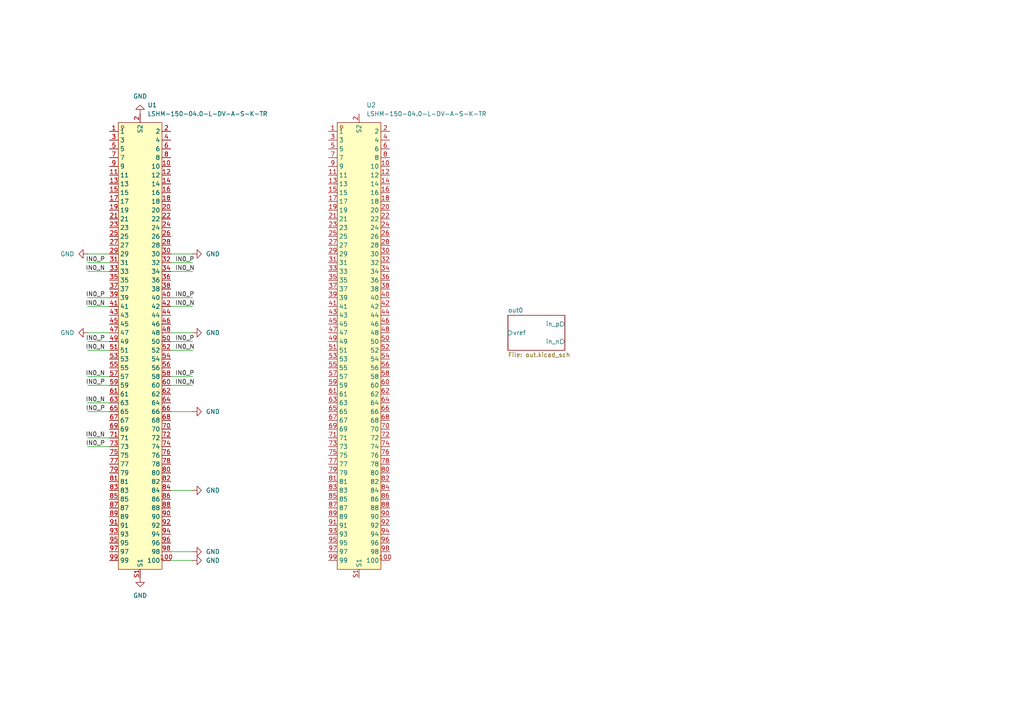
<source format=kicad_sch>
(kicad_sch (version 20250114) (generator "eeschema") (generator_version "9.0")
  (paper "A4")
  (lib_symbols
    (symbol "LSHM-150-04.0-L-DV-A-S-K-TR_1"
      (property "Reference" "U" (at 0 72.39 0))
      (property "Value" "LSHM-150-04.0-L-DV-A-S-K-TR" (at 0 -72.39 0))
      (symbol "LSHM-150-04.0-L-DV-A-S-K-TR_1_0_1"
        (rectangle (start -6.35 64.77) (end 6.35 -64.77) (fill (type background)))
        (circle (center -5.08 63.5) (radius 0.38))
        (pin unspecified line (at -8.89 62.23 0) (length 2.54) (name "1") (number "1"))
        (pin unspecified line (at -8.89 59.69 0) (length 2.54) (name "3") (number "3"))
        (pin unspecified line (at -8.89 57.15 0) (length 2.54) (name "5") (number "5"))
        (pin unspecified line (at -8.89 54.61 0) (length 2.54) (name "7") (number "7"))
        (pin unspecified line (at -8.89 52.07 0) (length 2.54) (name "9") (number "9"))
        (pin unspecified line (at -8.89 49.53 0) (length 2.54) (name "11") (number "11"))
        (pin unspecified line (at -8.89 46.99 0) (length 2.54) (name "13") (number "13"))
        (pin unspecified line (at -8.89 44.45 0) (length 2.54) (name "15") (number "15"))
        (pin unspecified line (at -8.89 41.91 0) (length 2.54) (name "17") (number "17"))
        (pin unspecified line (at -8.89 39.37 0) (length 2.54) (name "19") (number "19"))
        (pin unspecified line (at -8.89 36.83 0) (length 2.54) (name "21") (number "21"))
        (pin unspecified line (at -8.89 34.29 0) (length 2.54) (name "23") (number "23"))
        (pin unspecified line (at -8.89 31.75 0) (length 2.54) (name "25") (number "25"))
        (pin unspecified line (at -8.89 29.21 0) (length 2.54) (name "27") (number "27"))
        (pin unspecified line (at -8.89 26.67 0) (length 2.54) (name "29") (number "29"))
        (pin unspecified line (at -8.89 24.13 0) (length 2.54) (name "31") (number "31"))
        (pin unspecified line (at -8.89 21.59 0) (length 2.54) (name "33") (number "33"))
        (pin unspecified line (at -8.89 19.05 0) (length 2.54) (name "35") (number "35"))
        (pin unspecified line (at -8.89 16.51 0) (length 2.54) (name "37") (number "37"))
        (pin unspecified line (at -8.89 13.97 0) (length 2.54) (name "39") (number "39"))
        (pin unspecified line (at -8.89 11.43 0) (length 2.54) (name "41") (number "41"))
        (pin unspecified line (at -8.89 8.89 0) (length 2.54) (name "43") (number "43"))
        (pin unspecified line (at -8.89 6.35 0) (length 2.54) (name "45") (number "45"))
        (pin unspecified line (at -8.89 3.81 0) (length 2.54) (name "47") (number "47"))
        (pin unspecified line (at -8.89 1.27 0) (length 2.54) (name "49") (number "49"))
        (pin unspecified line (at -8.89 -1.27 0) (length 2.54) (name "51") (number "51"))
        (pin unspecified line (at -8.89 -3.81 0) (length 2.54) (name "53") (number "53"))
        (pin unspecified line (at -8.89 -6.35 0) (length 2.54) (name "55") (number "55"))
        (pin unspecified line (at -8.89 -8.89 0) (length 2.54) (name "57") (number "57"))
        (pin unspecified line (at -8.89 -11.43 0) (length 2.54) (name "59") (number "59"))
        (pin unspecified line (at -8.89 -13.97 0) (length 2.54) (name "61") (number "61"))
        (pin unspecified line (at -8.89 -16.51 0) (length 2.54) (name "63") (number "63"))
        (pin unspecified line (at -8.89 -19.05 0) (length 2.54) (name "65") (number "65"))
        (pin unspecified line (at -8.89 -21.59 0) (length 2.54) (name "67") (number "67"))
        (pin unspecified line (at -8.89 -24.13 0) (length 2.54) (name "69") (number "69"))
        (pin unspecified line (at -8.89 -26.67 0) (length 2.54) (name "71") (number "71"))
        (pin unspecified line (at -8.89 -29.21 0) (length 2.54) (name "73") (number "73"))
        (pin unspecified line (at -8.89 -31.75 0) (length 2.54) (name "75") (number "75"))
        (pin unspecified line (at -8.89 -34.29 0) (length 2.54) (name "77") (number "77"))
        (pin unspecified line (at -8.89 -36.83 0) (length 2.54) (name "79") (number "79"))
        (pin unspecified line (at -8.89 -39.37 0) (length 2.54) (name "81") (number "81"))
        (pin unspecified line (at -8.89 -41.91 0) (length 2.54) (name "83") (number "83"))
        (pin unspecified line (at -8.89 -44.45 0) (length 2.54) (name "85") (number "85"))
        (pin unspecified line (at -8.89 -46.99 0) (length 2.54) (name "87") (number "87"))
        (pin unspecified line (at -8.89 -49.53 0) (length 2.54) (name "89") (number "89"))
        (pin unspecified line (at -8.89 -52.07 0) (length 2.54) (name "91") (number "91"))
        (pin unspecified line (at -8.89 -54.61 0) (length 2.54) (name "93") (number "93"))
        (pin unspecified line (at -8.89 -57.15 0) (length 2.54) (name "95") (number "95"))
        (pin unspecified line (at -8.89 -59.69 0) (length 2.54) (name "97") (number "97"))
        (pin unspecified line (at -8.89 -62.23 0) (length 2.54) (name "99") (number "99"))
        (pin unspecified line (at 0 67.31 270) (length 2.54) (name "S2") (number "2"))
        (pin unspecified line (at 0 -67.31 90) (length 2.54) (name "S1") (number "S1"))
        (pin unspecified line (at 8.89 62.23 180) (length 2.54) (name "2") (number "2"))
        (pin unspecified line (at 8.89 59.69 180) (length 2.54) (name "4") (number "4"))
        (pin unspecified line (at 8.89 57.15 180) (length 2.54) (name "6") (number "6"))
        (pin unspecified line (at 8.89 54.61 180) (length 2.54) (name "8") (number "8"))
        (pin unspecified line (at 8.89 52.07 180) (length 2.54) (name "10") (number "10"))
        (pin unspecified line (at 8.89 49.53 180) (length 2.54) (name "12") (number "12"))
        (pin unspecified line (at 8.89 46.99 180) (length 2.54) (name "14") (number "14"))
        (pin unspecified line (at 8.89 44.45 180) (length 2.54) (name "16") (number "16"))
        (pin unspecified line (at 8.89 41.91 180) (length 2.54) (name "18") (number "18"))
        (pin unspecified line (at 8.89 39.37 180) (length 2.54) (name "20") (number "20"))
        (pin unspecified line (at 8.89 36.83 180) (length 2.54) (name "22") (number "22"))
        (pin unspecified line (at 8.89 34.29 180) (length 2.54) (name "24") (number "24"))
        (pin unspecified line (at 8.89 31.75 180) (length 2.54) (name "26") (number "26"))
        (pin unspecified line (at 8.89 29.21 180) (length 2.54) (name "28") (number "28"))
        (pin unspecified line (at 8.89 26.67 180) (length 2.54) (name "30") (number "30"))
        (pin unspecified line (at 8.89 24.13 180) (length 2.54) (name "32") (number "32"))
        (pin unspecified line (at 8.89 21.59 180) (length 2.54) (name "34") (number "34"))
        (pin unspecified line (at 8.89 19.05 180) (length 2.54) (name "36") (number "36"))
        (pin unspecified line (at 8.89 16.51 180) (length 2.54) (name "38") (number "38"))
        (pin unspecified line (at 8.89 13.97 180) (length 2.54) (name "40") (number "40"))
        (pin unspecified line (at 8.89 11.43 180) (length 2.54) (name "42") (number "42"))
        (pin unspecified line (at 8.89 8.89 180) (length 2.54) (name "44") (number "44"))
        (pin unspecified line (at 8.89 6.35 180) (length 2.54) (name "46") (number "46"))
        (pin unspecified line (at 8.89 3.81 180) (length 2.54) (name "48") (number "48"))
        (pin unspecified line (at 8.89 1.27 180) (length 2.54) (name "50") (number "50"))
        (pin unspecified line (at 8.89 -1.27 180) (length 2.54) (name "52") (number "52"))
        (pin unspecified line (at 8.89 -3.81 180) (length 2.54) (name "54") (number "54"))
        (pin unspecified line (at 8.89 -6.35 180) (length 2.54) (name "56") (number "56"))
        (pin unspecified line (at 8.89 -8.89 180) (length 2.54) (name "58") (number "58"))
        (pin unspecified line (at 8.89 -11.43 180) (length 2.54) (name "60") (number "60"))
        (pin unspecified line (at 8.89 -13.97 180) (length 2.54) (name "62") (number "62"))
        (pin unspecified line (at 8.89 -16.51 180) (length 2.54) (name "64") (number "64"))
        (pin unspecified line (at 8.89 -19.05 180) (length 2.54) (name "66") (number "66"))
        (pin unspecified line (at 8.89 -21.59 180) (length 2.54) (name "68") (number "68"))
        (pin unspecified line (at 8.89 -24.13 180) (length 2.54) (name "70") (number "70"))
        (pin unspecified line (at 8.89 -26.67 180) (length 2.54) (name "72") (number "72"))
        (pin unspecified line (at 8.89 -29.21 180) (length 2.54) (name "74") (number "74"))
        (pin unspecified line (at 8.89 -31.75 180) (length 2.54) (name "76") (number "76"))
        (pin unspecified line (at 8.89 -34.29 180) (length 2.54) (name "78") (number "78"))
        (pin unspecified line (at 8.89 -36.83 180) (length 2.54) (name "80") (number "80"))
        (pin unspecified line (at 8.89 -39.37 180) (length 2.54) (name "82") (number "82"))
        (pin unspecified line (at 8.89 -41.91 180) (length 2.54) (name "84") (number "84"))
        (pin unspecified line (at 8.89 -44.45 180) (length 2.54) (name "86") (number "86"))
        (pin unspecified line (at 8.89 -46.99 180) (length 2.54) (name "88") (number "88"))
        (pin unspecified line (at 8.89 -49.53 180) (length 2.54) (name "90") (number "90"))
        (pin unspecified line (at 8.89 -52.07 180) (length 2.54) (name "92") (number "92"))
        (pin unspecified line (at 8.89 -54.61 180) (length 2.54) (name "94") (number "94"))
        (pin unspecified line (at 8.89 -57.15 180) (length 2.54) (name "96") (number "96"))
        (pin unspecified line (at 8.89 -59.69 180) (length 2.54) (name "98") (number "98"))
        (pin unspecified line (at 8.89 -62.23 180) (length 2.54) (name "100") (number "100"))
      )
    )
    (symbol "easyeda2kicad:LSHM-150-04.0-L-DV-A-S-K-TR"
      (property "Reference" "U" (at 0 72.39 0))
      (property "Value" "LSHM-150-04.0-L-DV-A-S-K-TR" (at 0 -72.39 0))
      (symbol "LSHM-150-04.0-L-DV-A-S-K-TR_0_1"
        (rectangle (start -6.35 64.77) (end 6.35 -64.77) (fill (type background)))
        (circle (center -5.08 63.5) (radius 0.38))
        (pin unspecified line (at -8.89 62.23 0) (length 2.54) (name "1") (number "1"))
        (pin unspecified line (at -8.89 59.69 0) (length 2.54) (name "3") (number "3"))
        (pin unspecified line (at -8.89 57.15 0) (length 2.54) (name "5") (number "5"))
        (pin unspecified line (at -8.89 54.61 0) (length 2.54) (name "7") (number "7"))
        (pin unspecified line (at -8.89 52.07 0) (length 2.54) (name "9") (number "9"))
        (pin unspecified line (at -8.89 49.53 0) (length 2.54) (name "11") (number "11"))
        (pin unspecified line (at -8.89 46.99 0) (length 2.54) (name "13") (number "13"))
        (pin unspecified line (at -8.89 44.45 0) (length 2.54) (name "15") (number "15"))
        (pin unspecified line (at -8.89 41.91 0) (length 2.54) (name "17") (number "17"))
        (pin unspecified line (at -8.89 39.37 0) (length 2.54) (name "19") (number "19"))
        (pin unspecified line (at -8.89 36.83 0) (length 2.54) (name "21") (number "21"))
        (pin unspecified line (at -8.89 34.29 0) (length 2.54) (name "23") (number "23"))
        (pin unspecified line (at -8.89 31.75 0) (length 2.54) (name "25") (number "25"))
        (pin unspecified line (at -8.89 29.21 0) (length 2.54) (name "27") (number "27"))
        (pin unspecified line (at -8.89 26.67 0) (length 2.54) (name "29") (number "29"))
        (pin unspecified line (at -8.89 24.13 0) (length 2.54) (name "31") (number "31"))
        (pin unspecified line (at -8.89 21.59 0) (length 2.54) (name "33") (number "33"))
        (pin unspecified line (at -8.89 19.05 0) (length 2.54) (name "35") (number "35"))
        (pin unspecified line (at -8.89 16.51 0) (length 2.54) (name "37") (number "37"))
        (pin unspecified line (at -8.89 13.97 0) (length 2.54) (name "39") (number "39"))
        (pin unspecified line (at -8.89 11.43 0) (length 2.54) (name "41") (number "41"))
        (pin unspecified line (at -8.89 8.89 0) (length 2.54) (name "43") (number "43"))
        (pin unspecified line (at -8.89 6.35 0) (length 2.54) (name "45") (number "45"))
        (pin unspecified line (at -8.89 3.81 0) (length 2.54) (name "47") (number "47"))
        (pin unspecified line (at -8.89 1.27 0) (length 2.54) (name "49") (number "49"))
        (pin unspecified line (at -8.89 -1.27 0) (length 2.54) (name "51") (number "51"))
        (pin unspecified line (at -8.89 -3.81 0) (length 2.54) (name "53") (number "53"))
        (pin unspecified line (at -8.89 -6.35 0) (length 2.54) (name "55") (number "55"))
        (pin unspecified line (at -8.89 -8.89 0) (length 2.54) (name "57") (number "57"))
        (pin unspecified line (at -8.89 -11.43 0) (length 2.54) (name "59") (number "59"))
        (pin unspecified line (at -8.89 -13.97 0) (length 2.54) (name "61") (number "61"))
        (pin unspecified line (at -8.89 -16.51 0) (length 2.54) (name "63") (number "63"))
        (pin unspecified line (at -8.89 -19.05 0) (length 2.54) (name "65") (number "65"))
        (pin unspecified line (at -8.89 -21.59 0) (length 2.54) (name "67") (number "67"))
        (pin unspecified line (at -8.89 -24.13 0) (length 2.54) (name "69") (number "69"))
        (pin unspecified line (at -8.89 -26.67 0) (length 2.54) (name "71") (number "71"))
        (pin unspecified line (at -8.89 -29.21 0) (length 2.54) (name "73") (number "73"))
        (pin unspecified line (at -8.89 -31.75 0) (length 2.54) (name "75") (number "75"))
        (pin unspecified line (at -8.89 -34.29 0) (length 2.54) (name "77") (number "77"))
        (pin unspecified line (at -8.89 -36.83 0) (length 2.54) (name "79") (number "79"))
        (pin unspecified line (at -8.89 -39.37 0) (length 2.54) (name "81") (number "81"))
        (pin unspecified line (at -8.89 -41.91 0) (length 2.54) (name "83") (number "83"))
        (pin unspecified line (at -8.89 -44.45 0) (length 2.54) (name "85") (number "85"))
        (pin unspecified line (at -8.89 -46.99 0) (length 2.54) (name "87") (number "87"))
        (pin unspecified line (at -8.89 -49.53 0) (length 2.54) (name "89") (number "89"))
        (pin unspecified line (at -8.89 -52.07 0) (length 2.54) (name "91") (number "91"))
        (pin unspecified line (at -8.89 -54.61 0) (length 2.54) (name "93") (number "93"))
        (pin unspecified line (at -8.89 -57.15 0) (length 2.54) (name "95") (number "95"))
        (pin unspecified line (at -8.89 -59.69 0) (length 2.54) (name "97") (number "97"))
        (pin unspecified line (at -8.89 -62.23 0) (length 2.54) (name "99") (number "99"))
        (pin unspecified line (at 0 67.31 270) (length 2.54) (name "S2") (number "2"))
        (pin unspecified line (at 0 -67.31 90) (length 2.54) (name "S1") (number "S1"))
        (pin unspecified line (at 8.89 62.23 180) (length 2.54) (name "2") (number "2"))
        (pin unspecified line (at 8.89 59.69 180) (length 2.54) (name "4") (number "4"))
        (pin unspecified line (at 8.89 57.15 180) (length 2.54) (name "6") (number "6"))
        (pin unspecified line (at 8.89 54.61 180) (length 2.54) (name "8") (number "8"))
        (pin unspecified line (at 8.89 52.07 180) (length 2.54) (name "10") (number "10"))
        (pin unspecified line (at 8.89 49.53 180) (length 2.54) (name "12") (number "12"))
        (pin unspecified line (at 8.89 46.99 180) (length 2.54) (name "14") (number "14"))
        (pin unspecified line (at 8.89 44.45 180) (length 2.54) (name "16") (number "16"))
        (pin unspecified line (at 8.89 41.91 180) (length 2.54) (name "18") (number "18"))
        (pin unspecified line (at 8.89 39.37 180) (length 2.54) (name "20") (number "20"))
        (pin unspecified line (at 8.89 36.83 180) (length 2.54) (name "22") (number "22"))
        (pin unspecified line (at 8.89 34.29 180) (length 2.54) (name "24") (number "24"))
        (pin unspecified line (at 8.89 31.75 180) (length 2.54) (name "26") (number "26"))
        (pin unspecified line (at 8.89 29.21 180) (length 2.54) (name "28") (number "28"))
        (pin unspecified line (at 8.89 26.67 180) (length 2.54) (name "30") (number "30"))
        (pin unspecified line (at 8.89 24.13 180) (length 2.54) (name "32") (number "32"))
        (pin unspecified line (at 8.89 21.59 180) (length 2.54) (name "34") (number "34"))
        (pin unspecified line (at 8.89 19.05 180) (length 2.54) (name "36") (number "36"))
        (pin unspecified line (at 8.89 16.51 180) (length 2.54) (name "38") (number "38"))
        (pin unspecified line (at 8.89 13.97 180) (length 2.54) (name "40") (number "40"))
        (pin unspecified line (at 8.89 11.43 180) (length 2.54) (name "42") (number "42"))
        (pin unspecified line (at 8.89 8.89 180) (length 2.54) (name "44") (number "44"))
        (pin unspecified line (at 8.89 6.35 180) (length 2.54) (name "46") (number "46"))
        (pin unspecified line (at 8.89 3.81 180) (length 2.54) (name "48") (number "48"))
        (pin unspecified line (at 8.89 1.27 180) (length 2.54) (name "50") (number "50"))
        (pin unspecified line (at 8.89 -1.27 180) (length 2.54) (name "52") (number "52"))
        (pin unspecified line (at 8.89 -3.81 180) (length 2.54) (name "54") (number "54"))
        (pin unspecified line (at 8.89 -6.35 180) (length 2.54) (name "56") (number "56"))
        (pin unspecified line (at 8.89 -8.89 180) (length 2.54) (name "58") (number "58"))
        (pin unspecified line (at 8.89 -11.43 180) (length 2.54) (name "60") (number "60"))
        (pin unspecified line (at 8.89 -13.97 180) (length 2.54) (name "62") (number "62"))
        (pin unspecified line (at 8.89 -16.51 180) (length 2.54) (name "64") (number "64"))
        (pin unspecified line (at 8.89 -19.05 180) (length 2.54) (name "66") (number "66"))
        (pin unspecified line (at 8.89 -21.59 180) (length 2.54) (name "68") (number "68"))
        (pin unspecified line (at 8.89 -24.13 180) (length 2.54) (name "70") (number "70"))
        (pin unspecified line (at 8.89 -26.67 180) (length 2.54) (name "72") (number "72"))
        (pin unspecified line (at 8.89 -29.21 180) (length 2.54) (name "74") (number "74"))
        (pin unspecified line (at 8.89 -31.75 180) (length 2.54) (name "76") (number "76"))
        (pin unspecified line (at 8.89 -34.29 180) (length 2.54) (name "78") (number "78"))
        (pin unspecified line (at 8.89 -36.83 180) (length 2.54) (name "80") (number "80"))
        (pin unspecified line (at 8.89 -39.37 180) (length 2.54) (name "82") (number "82"))
        (pin unspecified line (at 8.89 -41.91 180) (length 2.54) (name "84") (number "84"))
        (pin unspecified line (at 8.89 -44.45 180) (length 2.54) (name "86") (number "86"))
        (pin unspecified line (at 8.89 -46.99 180) (length 2.54) (name "88") (number "88"))
        (pin unspecified line (at 8.89 -49.53 180) (length 2.54) (name "90") (number "90"))
        (pin unspecified line (at 8.89 -52.07 180) (length 2.54) (name "92") (number "92"))
        (pin unspecified line (at 8.89 -54.61 180) (length 2.54) (name "94") (number "94"))
        (pin unspecified line (at 8.89 -57.15 180) (length 2.54) (name "96") (number "96"))
        (pin unspecified line (at 8.89 -59.69 180) (length 2.54) (name "98") (number "98"))
        (pin unspecified line (at 8.89 -62.23 180) (length 2.54) (name "100") (number "100"))
      )
    )
    (symbol "power:GND" (power) (pin_numbers (hide yes)) (pin_names (offset 0) (hide yes))
      (property "Value" "GND" (at 0 -3.81 0))
      (symbol "GND_0_1"
        (polyline (pts (xy 0 0) (xy 0 -1.27) (xy 1.27 -1.27) (xy 0 -2.54) (xy -1.27 -1.27) (xy 0 -1.27)))
      )
      (symbol "GND_1_1"
        (pin power_in line (at 0 0 270) (length 0) (name "~") (number "1"))
      )
    )
  )
  (wire (pts (xy 31.75 86.36) (xy 25.4 86.36)))
  (wire (pts (xy 31.75 99.06) (xy 25.4 99.06)))
  (wire (pts (xy 49.53 78.74) (xy 55.88 78.74)))
  (wire (pts (xy 55.88 142.24) (xy 49.53 142.24)))
  (wire (pts (xy 55.88 162.56) (xy 49.53 162.56)))
  (wire (pts (xy 49.53 109.22) (xy 55.88 109.22)))
  (wire (pts (xy 55.88 160.02) (xy 49.53 160.02)))
  (wire (pts (xy 31.75 129.54) (xy 25.4 129.54)))
  (wire (pts (xy 31.75 76.2) (xy 25.4 76.2)))
  (wire (pts (xy 49.53 86.36) (xy 55.88 86.36)))
  (wire (pts (xy 31.75 116.84) (xy 25.4 116.84)))
  (wire (pts (xy 31.75 111.76) (xy 25.4 111.76)))
  (wire (pts (xy 49.53 101.6) (xy 55.88 101.6)))
  (wire (pts (xy 49.53 73.66) (xy 55.88 73.66)))
  (wire (pts (xy 25.4 73.66) (xy 31.75 73.66)))
  (wire (pts (xy 31.75 119.38) (xy 25.4 119.38)))
  (wire (pts (xy 25.4 96.52) (xy 31.75 96.52)))
  (wire (pts (xy 49.53 111.76) (xy 55.88 111.76)))
  (wire (pts (xy 49.53 88.9) (xy 55.88 88.9)))
  (wire (pts (xy 31.75 127) (xy 25.4 127)))
  (wire (pts (xy 31.75 109.22) (xy 25.4 109.22)))
  (wire (pts (xy 49.53 99.06) (xy 55.88 99.06)))
  (wire (pts (xy 49.53 96.52) (xy 55.88 96.52)))
  (wire (pts (xy 31.75 78.74) (xy 25.4 78.74)))
  (wire (pts (xy 49.53 76.2) (xy 55.88 76.2)))
  (wire (pts (xy 55.88 119.38) (xy 49.53 119.38)))
  (wire (pts (xy 31.75 88.9) (xy 25.4 88.9)))
  (wire (pts (xy 31.75 101.6) (xy 25.4 101.6)))
  (label "IN0_P" (at 50.8 109.22 0))
  (label "IN0_N" (at 50.8 88.9 0))
  (label "IN0_P" (at 30.48 129.54 180))
  (label "IN0_N" (at 50.8 111.76 0))
  (label "IN0_P" (at 30.48 111.76 180))
  (label "IN0_P" (at 50.8 76.2 0))
  (label "IN0_P" (at 30.48 76.2 180))
  (label "IN0_N" (at 30.48 127 180))
  (label "IN0_N" (at 30.48 101.6 180))
  (label "IN0_P" (at 30.48 99.06 180))
  (label "IN0_N" (at 30.48 109.22 180))
  (label "IN0_N" (at 50.8 101.6 0))
  (label "IN0_N" (at 50.8 78.74 0))
  (label "IN0_N" (at 30.48 88.9 180))
  (label "IN0_P" (at 50.8 99.06 0))
  (label "IN0_P" (at 50.8 86.36 0))
  (label "IN0_N" (at 30.48 116.84 180))
  (label "IN0_N" (at 30.48 78.74 180))
  (label "IN0_P" (at 30.48 119.38 180))
  (label "IN0_P" (at 30.48 86.36 180))
  (symbol (lib_id "power:GND") (at 55.88 142.24 90) (unit 1) (exclude_from_sim yes)
    (property "Reference" "#PWR08" (effects (hide yes)))
    (property "Value" "GND" (at 59.69 142.2401 90) (effects (justify right)))
    (property "Description" "Power symbol creates a global label with name \"GND\" , ground" (effects (hide yes)))
  )
  (symbol (lib_id "power:GND") (at 55.88 73.66 90) (unit 1) (exclude_from_sim yes)
    (property "Reference" "#PWR05" (effects (hide yes)))
    (property "Value" "GND" (at 59.69 73.6599 90) (effects (justify right)))
    (property "Description" "Power symbol creates a global label with name \"GND\" , ground" (effects (hide yes)))
  )
  (symbol (lib_id "power:GND") (at 40.64 33.02 180) (unit 1) (exclude_from_sim yes)
    (property "Reference" "#PWR03" (effects (hide yes)))
    (property "Value" "GND" (at 40.64 27.94 0))
    (property "Description" "Power symbol creates a global label with name \"GND\" , ground" (effects (hide yes)))
  )
  (symbol (lib_name "LSHM-150-04.0-L-DV-A-S-K-TR_1") (lib_id "easyeda2kicad:LSHM-150-04.0-L-DV-A-S-K-TR") (at 104.14 100.33 0) (unit 1) (exclude_from_sim yes)
    (property "Reference" "U2" (at 106.2833 30.48 0) (effects (justify left)))
    (property "Value" "LSHM-150-04.0-L-DV-A-S-K-TR" (at 106.2833 33.02 0) (effects (justify left)))
    (property "Footprint" "easyeda2kicad:CONN-SMD_100P-P0.50_LSHM-150-04.0-L-DV-A-S-K-TR" (effects (hide yes)))
    (property "LCSC Part" "C5367357" (effects (hide yes)))
  )
  (symbol (lib_id "power:GND") (at 55.88 160.02 90) (unit 1) (exclude_from_sim yes)
    (property "Reference" "#PWR09" (effects (hide yes)))
    (property "Value" "GND" (at 59.69 160.0201 90) (effects (justify right)))
    (property "Description" "Power symbol creates a global label with name \"GND\" , ground" (effects (hide yes)))
  )
  (symbol (lib_id "power:GND") (at 55.88 119.38 90) (unit 1) (exclude_from_sim yes)
    (property "Reference" "#PWR07" (effects (hide yes)))
    (property "Value" "GND" (at 59.69 119.3801 90) (effects (justify right)))
    (property "Description" "Power symbol creates a global label with name \"GND\" , ground" (effects (hide yes)))
  )
  (symbol (lib_id "power:GND") (at 25.4 73.66 270) (unit 1) (exclude_from_sim yes)
    (property "Reference" "#PWR01" (effects (hide yes)))
    (property "Value" "GND" (at 21.59 73.6599 90) (effects (justify right)))
    (property "Description" "Power symbol creates a global label with name \"GND\" , ground" (effects (hide yes)))
  )
  (symbol (lib_id "power:GND") (at 40.64 167.64 0) (unit 1) (exclude_from_sim yes)
    (property "Reference" "#PWR04" (effects (hide yes)))
    (property "Value" "GND" (at 40.64 172.72 0))
    (property "Description" "Power symbol creates a global label with name \"GND\" , ground" (effects (hide yes)))
  )
  (symbol (lib_id "power:GND") (at 55.88 96.52 90) (unit 1) (exclude_from_sim yes)
    (property "Reference" "#PWR06" (effects (hide yes)))
    (property "Value" "GND" (at 59.69 96.5199 90) (effects (justify right)))
    (property "Description" "Power symbol creates a global label with name \"GND\" , ground" (effects (hide yes)))
  )
  (symbol (lib_id "easyeda2kicad:LSHM-150-04.0-L-DV-A-S-K-TR") (at 40.64 100.33 0) (unit 1) (exclude_from_sim yes)
    (property "Reference" "U1" (at 42.7833 30.48 0) (effects (justify left)))
    (property "Value" "LSHM-150-04.0-L-DV-A-S-K-TR" (at 42.7833 33.02 0) (effects (justify left)))
    (property "Footprint" "easyeda2kicad:CONN-SMD_100P-P0.50_LSHM-150-04.0-L-DV-A-S-K-TR" (effects (hide yes)))
    (property "LCSC Part" "C5367357" (effects (hide yes)))
  )
  (symbol (lib_id "power:GND") (at 55.88 162.56 90) (unit 1) (exclude_from_sim yes)
    (property "Reference" "#PWR010" (effects (hide yes)))
    (property "Value" "GND" (at 59.69 162.5601 90) (effects (justify right)))
    (property "Description" "Power symbol creates a global label with name \"GND\" , ground" (effects (hide yes)))
  )
  (symbol (lib_id "power:GND") (at 25.4 96.52 270) (unit 1) (exclude_from_sim yes)
    (property "Reference" "#PWR02" (effects (hide yes)))
    (property "Value" "GND" (at 21.59 96.5199 90) (effects (justify right)))
    (property "Description" "Power symbol creates a global label with name \"GND\" , ground" (effects (hide yes)))
  )
  (sheet (at 228.6 54.61) (size 16.51 10.16) (stroke (width 0.1524))
    (property "Sheetname" "in14" (at 228.6 53.8984 0) (effects (justify left bottom)))
    (property "Sheetfile" "in.kicad_sch" (at 228.6 65.3546 0) (effects (justify left top)))
    (pin "in_n" output (at 245.11 62.23 0))
    (pin "in_p" output (at 245.11 57.15 0))
    (pin "vref" input (at 228.6 59.69 180))
  )
  (sheet (at 175.26 69.85) (size 16.51 10.16) (stroke (width 0.1524))
    (property "Sheetname" "in7" (at 175.26 69.1384 0) (effects (justify left bottom)))
    (property "Sheetfile" "in.kicad_sch" (at 175.26 80.5946 0) (effects (justify left top)))
    (pin "in_n" output (at 191.77 77.47 0))
    (pin "in_p" output (at 191.77 72.39 0))
    (pin "vref" input (at 175.26 74.93 180))
  )
  (sheet (at 147.32 39.37) (size 16.51 10.16) (stroke (width 0.1524))
    (property "Sheetname" "in1" (at 147.32 38.6584 0) (effects (justify left bottom)))
    (property "Sheetfile" "in.kicad_sch" (at 147.32 50.1146 0) (effects (justify left top)))
    (pin "in_n" output (at 163.83 46.99 0))
    (pin "in_p" output (at 163.83 41.91 0))
    (pin "vref" input (at 147.32 44.45 180))
  )
  (sheet (at 175.26 54.61) (size 16.51 10.16) (stroke (width 0.1524))
    (property "Sheetname" "in6" (at 175.26 53.8984 0) (effects (justify left bottom)))
    (property "Sheetfile" "in.kicad_sch" (at 175.26 65.3546 0) (effects (justify left top)))
    (pin "in_n" output (at 191.77 62.23 0))
    (pin "in_p" output (at 191.77 57.15 0))
    (pin "vref" input (at 175.26 59.69 180))
  )
  (sheet (at 201.93 24.13) (size 16.51 10.16) (stroke (width 0.1524))
    (property "Sheetname" "in8" (at 201.93 23.4184 0) (effects (justify left bottom)))
    (property "Sheetfile" "in.kicad_sch" (at 201.93 34.8746 0) (effects (justify left top)))
    (pin "in_n" output (at 218.44 31.75 0))
    (pin "in_p" output (at 218.44 26.67 0))
    (pin "vref" input (at 201.93 29.21 180))
  )
  (sheet (at 201.93 54.61) (size 16.51 10.16) (stroke (width 0.1524))
    (property "Sheetname" "in10" (at 201.93 53.8984 0) (effects (justify left bottom)))
    (property "Sheetfile" "in.kicad_sch" (at 201.93 65.3546 0) (effects (justify left top)))
    (pin "in_n" output (at 218.44 62.23 0))
    (pin "in_p" output (at 218.44 57.15 0))
    (pin "vref" input (at 201.93 59.69 180))
  )
  (sheet (at 255.27 54.61) (size 16.51 10.16) (stroke (width 0.1524))
    (property "Sheetname" "in18" (at 255.27 53.8984 0) (effects (justify left bottom)))
    (property "Sheetfile" "in.kicad_sch" (at 255.27 65.3546 0) (effects (justify left top)))
    (pin "in_n" output (at 271.78 62.23 0))
    (pin "in_p" output (at 271.78 57.15 0))
    (pin "vref" input (at 255.27 59.69 180))
  )
  (sheet (at 147.32 54.61) (size 16.51 10.16) (stroke (width 0.1524))
    (property "Sheetname" "in2" (at 147.32 53.8984 0) (effects (justify left bottom)))
    (property "Sheetfile" "in.kicad_sch" (at 147.32 65.3546 0) (effects (justify left top)))
    (pin "in_n" output (at 163.83 62.23 0))
    (pin "in_p" output (at 163.83 57.15 0))
    (pin "vref" input (at 147.32 59.69 180))
  )
  (sheet (at 175.26 24.13) (size 16.51 10.16) (stroke (width 0.1524))
    (property "Sheetname" "in4" (at 175.26 23.4184 0) (effects (justify left bottom)))
    (property "Sheetfile" "in.kicad_sch" (at 175.26 34.8746 0) (effects (justify left top)))
    (pin "in_n" output (at 191.77 31.75 0))
    (pin "in_p" output (at 191.77 26.67 0))
    (pin "vref" input (at 175.26 29.21 180))
  )
  (sheet (at 147.32 91.44) (size 16.51 10.16) (stroke (width 0.1524))
    (property "Sheetname" "out0" (at 147.32 90.7284 0) (effects (justify left bottom)))
    (property "Sheetfile" "out.kicad_sch" (at 147.32 102.1846 0) (effects (justify left top)))
    (pin "in_n" output (at 163.83 99.06 0))
    (pin "in_p" output (at 163.83 93.98 0))
    (pin "vref" input (at 147.32 96.52 180))
  )
  (sheet (at 228.6 39.37) (size 16.51 10.16) (stroke (width 0.1524))
    (property "Sheetname" "in13" (at 228.6 38.6584 0) (effects (justify left bottom)))
    (property "Sheetfile" "in.kicad_sch" (at 228.6 50.1146 0) (effects (justify left top)))
    (pin "in_n" output (at 245.11 46.99 0))
    (pin "in_p" output (at 245.11 41.91 0))
    (pin "vref" input (at 228.6 44.45 180))
  )
  (sheet (at 228.6 69.85) (size 16.51 10.16) (stroke (width 0.1524))
    (property "Sheetname" "in15" (at 228.6 69.1384 0) (effects (justify left bottom)))
    (property "Sheetfile" "in.kicad_sch" (at 228.6 80.5946 0) (effects (justify left top)))
    (pin "in_n" output (at 245.11 77.47 0))
    (pin "in_p" output (at 245.11 72.39 0))
    (pin "vref" input (at 228.6 74.93 180))
  )
  (sheet (at 255.27 69.85) (size 16.51 10.16) (stroke (width 0.1524))
    (property "Sheetname" "in19" (at 255.27 69.1384 0) (effects (justify left bottom)))
    (property "Sheetfile" "in.kicad_sch" (at 255.27 80.5946 0) (effects (justify left top)))
    (pin "in_n" output (at 271.78 77.47 0))
    (pin "in_p" output (at 271.78 72.39 0))
    (pin "vref" input (at 255.27 74.93 180))
  )
  (sheet (at 201.93 69.85) (size 16.51 10.16) (stroke (width 0.1524))
    (property "Sheetname" "in11" (at 201.93 69.1384 0) (effects (justify left bottom)))
    (property "Sheetfile" "in.kicad_sch" (at 201.93 80.5946 0) (effects (justify left top)))
    (pin "in_n" output (at 218.44 77.47 0))
    (pin "in_p" output (at 218.44 72.39 0))
    (pin "vref" input (at 201.93 74.93 180))
  )
  (sheet (at 201.93 39.37) (size 16.51 10.16) (stroke (width 0.1524))
    (property "Sheetname" "in9" (at 201.93 38.6584 0) (effects (justify left bottom)))
    (property "Sheetfile" "in.kicad_sch" (at 201.93 50.1146 0) (effects (justify left top)))
    (pin "in_n" output (at 218.44 46.99 0))
    (pin "in_p" output (at 218.44 41.91 0))
    (pin "vref" input (at 201.93 44.45 180))
  )
  (sheet (at 175.26 39.37) (size 16.51 10.16) (stroke (width 0.1524))
    (property "Sheetname" "in5" (at 175.26 38.6584 0) (effects (justify left bottom)))
    (property "Sheetfile" "in.kicad_sch" (at 175.26 50.1146 0) (effects (justify left top)))
    (pin "in_n" output (at 191.77 46.99 0))
    (pin "in_p" output (at 191.77 41.91 0))
    (pin "vref" input (at 175.26 44.45 180))
  )
  (sheet (at 147.32 69.85) (size 16.51 10.16) (stroke (width 0.1524))
    (property "Sheetname" "in3" (at 147.32 69.1384 0) (effects (justify left bottom)))
    (property "Sheetfile" "in.kicad_sch" (at 147.32 80.5946 0) (effects (justify left top)))
    (pin "in_n" output (at 163.83 77.47 0))
    (pin "in_p" output (at 163.83 72.39 0))
    (pin "vref" input (at 147.32 74.93 180))
  )
  (sheet (at 255.27 39.37) (size 16.51 10.16) (stroke (width 0.1524))
    (property "Sheetname" "in17" (at 255.27 38.6584 0) (effects (justify left bottom)))
    (property "Sheetfile" "in.kicad_sch" (at 255.27 50.1146 0) (effects (justify left top)))
    (pin "in_n" output (at 271.78 46.99 0))
    (pin "in_p" output (at 271.78 41.91 0))
    (pin "vref" input (at 255.27 44.45 180))
  )
  (sheet (at 147.32 24.13) (size 16.51 10.16) (stroke (width 0.1524))
    (property "Sheetname" "in0" (at 147.32 23.4184 0) (effects (justify left bottom)))
    (property "Sheetfile" "in.kicad_sch" (at 147.32 34.8746 0) (effects (justify left top)))
    (pin "in_n" output (at 163.83 31.75 0))
    (pin "in_p" output (at 163.83 26.67 0))
    (pin "vref" input (at 147.32 29.21 180))
  )
  (sheet (at 255.27 24.13) (size 16.51 10.16) (stroke (width 0.1524))
    (property "Sheetname" "in16" (at 255.27 23.4184 0) (effects (justify left bottom)))
    (property "Sheetfile" "in.kicad_sch" (at 255.27 34.8746 0) (effects (justify left top)))
    (pin "in_n" output (at 271.78 31.75 0))
    (pin "in_p" output (at 271.78 26.67 0))
    (pin "vref" input (at 255.27 29.21 180))
  )
  (sheet (at 228.6 24.13) (size 16.51 10.16) (stroke (width 0.1524))
    (property "Sheetname" "in12" (at 228.6 23.4184 0) (effects (justify left bottom)))
    (property "Sheetfile" "in.kicad_sch" (at 228.6 34.8746 0) (effects (justify left top)))
    (pin "in_n" output (at 245.11 31.75 0))
    (pin "in_p" output (at 245.11 26.67 0))
    (pin "vref" input (at 228.6 29.21 180))
  )
)
</source>
